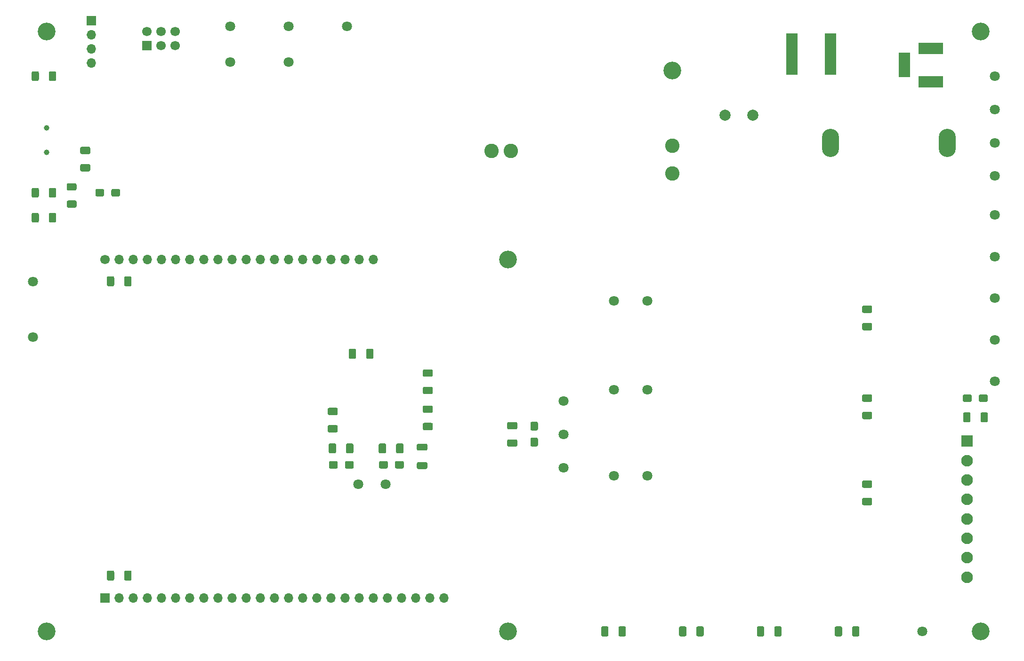
<source format=gbr>
%TF.GenerationSoftware,KiCad,Pcbnew,(5.1.7)-1*%
%TF.CreationDate,2021-02-07T17:43:08+09:00*%
%TF.ProjectId,BLDC_Motor_Controller_Ver2.0A,424c4443-5f4d-46f7-946f-725f436f6e74,Ver 2.0A*%
%TF.SameCoordinates,Original*%
%TF.FileFunction,Soldermask,Bot*%
%TF.FilePolarity,Negative*%
%FSLAX46Y46*%
G04 Gerber Fmt 4.6, Leading zero omitted, Abs format (unit mm)*
G04 Created by KiCad (PCBNEW (5.1.7)-1) date 2021-02-07 17:43:08*
%MOMM*%
%LPD*%
G01*
G04 APERTURE LIST*
%ADD10C,1.800000*%
%ADD11C,3.200000*%
%ADD12O,3.048000X5.080000*%
%ADD13R,4.500000X2.000000*%
%ADD14R,2.000000X4.500000*%
%ADD15C,1.700000*%
%ADD16R,1.700000X1.700000*%
%ADD17O,1.700000X1.700000*%
%ADD18C,2.100000*%
%ADD19R,2.100000X2.100000*%
%ADD20C,1.000000*%
%ADD21C,2.600000*%
%ADD22R,2.000000X7.500000*%
%ADD23C,2.000000*%
G04 APERTURE END LIST*
D10*
%TO.C,TP21*%
X117000000Y-38000000D03*
%TD*%
D11*
%TO.C,REF\u002A\u002A*%
X146000000Y-80000000D03*
%TD*%
%TO.C,REF\u002A\u002A*%
X175500000Y-46000000D03*
%TD*%
%TO.C,REF\u002A\u002A*%
X146000000Y-147000000D03*
%TD*%
%TO.C,REF\u002A\u002A*%
X231000000Y-147000000D03*
%TD*%
%TO.C,REF\u002A\u002A*%
X231000000Y-39000000D03*
%TD*%
%TO.C,REF\u002A\u002A*%
X63000000Y-147000000D03*
%TD*%
%TO.C,REF\u002A\u002A*%
X63000000Y-39000000D03*
%TD*%
%TO.C,C15*%
G36*
G01*
X164042500Y-146349998D02*
X164042500Y-147650002D01*
G75*
G02*
X163792502Y-147900000I-249998J0D01*
G01*
X162967498Y-147900000D01*
G75*
G02*
X162717500Y-147650002I0J249998D01*
G01*
X162717500Y-146349998D01*
G75*
G02*
X162967498Y-146100000I249998J0D01*
G01*
X163792502Y-146100000D01*
G75*
G02*
X164042500Y-146349998I0J-249998D01*
G01*
G37*
G36*
G01*
X167167500Y-146349998D02*
X167167500Y-147650002D01*
G75*
G02*
X166917502Y-147900000I-249998J0D01*
G01*
X166092498Y-147900000D01*
G75*
G02*
X165842500Y-147650002I0J249998D01*
G01*
X165842500Y-146349998D01*
G75*
G02*
X166092498Y-146100000I249998J0D01*
G01*
X166917502Y-146100000D01*
G75*
G02*
X167167500Y-146349998I0J-249998D01*
G01*
G37*
%TD*%
%TO.C,C16*%
G36*
G01*
X181175000Y-146349998D02*
X181175000Y-147650002D01*
G75*
G02*
X180925002Y-147900000I-249998J0D01*
G01*
X180099998Y-147900000D01*
G75*
G02*
X179850000Y-147650002I0J249998D01*
G01*
X179850000Y-146349998D01*
G75*
G02*
X180099998Y-146100000I249998J0D01*
G01*
X180925002Y-146100000D01*
G75*
G02*
X181175000Y-146349998I0J-249998D01*
G01*
G37*
G36*
G01*
X178050000Y-146349998D02*
X178050000Y-147650002D01*
G75*
G02*
X177800002Y-147900000I-249998J0D01*
G01*
X176974998Y-147900000D01*
G75*
G02*
X176725000Y-147650002I0J249998D01*
G01*
X176725000Y-146349998D01*
G75*
G02*
X176974998Y-146100000I249998J0D01*
G01*
X177800002Y-146100000D01*
G75*
G02*
X178050000Y-146349998I0J-249998D01*
G01*
G37*
%TD*%
%TO.C,C17*%
G36*
G01*
X192050000Y-146349998D02*
X192050000Y-147650002D01*
G75*
G02*
X191800002Y-147900000I-249998J0D01*
G01*
X190974998Y-147900000D01*
G75*
G02*
X190725000Y-147650002I0J249998D01*
G01*
X190725000Y-146349998D01*
G75*
G02*
X190974998Y-146100000I249998J0D01*
G01*
X191800002Y-146100000D01*
G75*
G02*
X192050000Y-146349998I0J-249998D01*
G01*
G37*
G36*
G01*
X195175000Y-146349998D02*
X195175000Y-147650002D01*
G75*
G02*
X194925002Y-147900000I-249998J0D01*
G01*
X194099998Y-147900000D01*
G75*
G02*
X193850000Y-147650002I0J249998D01*
G01*
X193850000Y-146349998D01*
G75*
G02*
X194099998Y-146100000I249998J0D01*
G01*
X194925002Y-146100000D01*
G75*
G02*
X195175000Y-146349998I0J-249998D01*
G01*
G37*
%TD*%
%TO.C,C18*%
G36*
G01*
X209167500Y-146349998D02*
X209167500Y-147650002D01*
G75*
G02*
X208917502Y-147900000I-249998J0D01*
G01*
X208092498Y-147900000D01*
G75*
G02*
X207842500Y-147650002I0J249998D01*
G01*
X207842500Y-146349998D01*
G75*
G02*
X208092498Y-146100000I249998J0D01*
G01*
X208917502Y-146100000D01*
G75*
G02*
X209167500Y-146349998I0J-249998D01*
G01*
G37*
G36*
G01*
X206042500Y-146349998D02*
X206042500Y-147650002D01*
G75*
G02*
X205792502Y-147900000I-249998J0D01*
G01*
X204967498Y-147900000D01*
G75*
G02*
X204717500Y-147650002I0J249998D01*
G01*
X204717500Y-146349998D01*
G75*
G02*
X204967498Y-146100000I249998J0D01*
G01*
X205792502Y-146100000D01*
G75*
G02*
X206042500Y-146349998I0J-249998D01*
G01*
G37*
%TD*%
%TO.C,C20*%
G36*
G01*
X115350000Y-116574999D02*
X115350000Y-117425001D01*
G75*
G02*
X115100001Y-117675000I-249999J0D01*
G01*
X114024999Y-117675000D01*
G75*
G02*
X113775000Y-117425001I0J249999D01*
G01*
X113775000Y-116574999D01*
G75*
G02*
X114024999Y-116325000I249999J0D01*
G01*
X115100001Y-116325000D01*
G75*
G02*
X115350000Y-116574999I0J-249999D01*
G01*
G37*
G36*
G01*
X118225000Y-116574999D02*
X118225000Y-117425001D01*
G75*
G02*
X117975001Y-117675000I-249999J0D01*
G01*
X116899999Y-117675000D01*
G75*
G02*
X116650000Y-117425001I0J249999D01*
G01*
X116650000Y-116574999D01*
G75*
G02*
X116899999Y-116325000I249999J0D01*
G01*
X117975001Y-116325000D01*
G75*
G02*
X118225000Y-116574999I0J-249999D01*
G01*
G37*
%TD*%
%TO.C,C21*%
G36*
G01*
X130899998Y-109450000D02*
X132200002Y-109450000D01*
G75*
G02*
X132450000Y-109699998I0J-249998D01*
G01*
X132450000Y-110525002D01*
G75*
G02*
X132200002Y-110775000I-249998J0D01*
G01*
X130899998Y-110775000D01*
G75*
G02*
X130650000Y-110525002I0J249998D01*
G01*
X130650000Y-109699998D01*
G75*
G02*
X130899998Y-109450000I249998J0D01*
G01*
G37*
G36*
G01*
X130899998Y-106325000D02*
X132200002Y-106325000D01*
G75*
G02*
X132450000Y-106574998I0J-249998D01*
G01*
X132450000Y-107400002D01*
G75*
G02*
X132200002Y-107650000I-249998J0D01*
G01*
X130899998Y-107650000D01*
G75*
G02*
X130650000Y-107400002I0J249998D01*
G01*
X130650000Y-106574998D01*
G75*
G02*
X130899998Y-106325000I249998J0D01*
G01*
G37*
%TD*%
%TO.C,C22*%
G36*
G01*
X130899998Y-99825000D02*
X132200002Y-99825000D01*
G75*
G02*
X132450000Y-100074998I0J-249998D01*
G01*
X132450000Y-100900002D01*
G75*
G02*
X132200002Y-101150000I-249998J0D01*
G01*
X130899998Y-101150000D01*
G75*
G02*
X130650000Y-100900002I0J249998D01*
G01*
X130650000Y-100074998D01*
G75*
G02*
X130899998Y-99825000I249998J0D01*
G01*
G37*
G36*
G01*
X130899998Y-102950000D02*
X132200002Y-102950000D01*
G75*
G02*
X132450000Y-103199998I0J-249998D01*
G01*
X132450000Y-104025002D01*
G75*
G02*
X132200002Y-104275000I-249998J0D01*
G01*
X130899998Y-104275000D01*
G75*
G02*
X130650000Y-104025002I0J249998D01*
G01*
X130650000Y-103199998D01*
G75*
G02*
X130899998Y-102950000I249998J0D01*
G01*
G37*
%TD*%
%TO.C,C23*%
G36*
G01*
X117325000Y-97650002D02*
X117325000Y-96349998D01*
G75*
G02*
X117574998Y-96100000I249998J0D01*
G01*
X118400002Y-96100000D01*
G75*
G02*
X118650000Y-96349998I0J-249998D01*
G01*
X118650000Y-97650002D01*
G75*
G02*
X118400002Y-97900000I-249998J0D01*
G01*
X117574998Y-97900000D01*
G75*
G02*
X117325000Y-97650002I0J249998D01*
G01*
G37*
G36*
G01*
X120450000Y-97650002D02*
X120450000Y-96349998D01*
G75*
G02*
X120699998Y-96100000I249998J0D01*
G01*
X121525002Y-96100000D01*
G75*
G02*
X121775000Y-96349998I0J-249998D01*
G01*
X121775000Y-97650002D01*
G75*
G02*
X121525002Y-97900000I-249998J0D01*
G01*
X120699998Y-97900000D01*
G75*
G02*
X120450000Y-97650002I0J249998D01*
G01*
G37*
%TD*%
%TO.C,C24*%
G36*
G01*
X115100002Y-108050000D02*
X113799998Y-108050000D01*
G75*
G02*
X113550000Y-107800002I0J249998D01*
G01*
X113550000Y-106974998D01*
G75*
G02*
X113799998Y-106725000I249998J0D01*
G01*
X115100002Y-106725000D01*
G75*
G02*
X115350000Y-106974998I0J-249998D01*
G01*
X115350000Y-107800002D01*
G75*
G02*
X115100002Y-108050000I-249998J0D01*
G01*
G37*
G36*
G01*
X115100002Y-111175000D02*
X113799998Y-111175000D01*
G75*
G02*
X113550000Y-110925002I0J249998D01*
G01*
X113550000Y-110099998D01*
G75*
G02*
X113799998Y-109850000I249998J0D01*
G01*
X115100002Y-109850000D01*
G75*
G02*
X115350000Y-110099998I0J-249998D01*
G01*
X115350000Y-110925002D01*
G75*
G02*
X115100002Y-111175000I-249998J0D01*
G01*
G37*
%TD*%
%TO.C,C25*%
G36*
G01*
X118175000Y-113399998D02*
X118175000Y-114700002D01*
G75*
G02*
X117925002Y-114950000I-249998J0D01*
G01*
X117099998Y-114950000D01*
G75*
G02*
X116850000Y-114700002I0J249998D01*
G01*
X116850000Y-113399998D01*
G75*
G02*
X117099998Y-113150000I249998J0D01*
G01*
X117925002Y-113150000D01*
G75*
G02*
X118175000Y-113399998I0J-249998D01*
G01*
G37*
G36*
G01*
X115050000Y-113399998D02*
X115050000Y-114700002D01*
G75*
G02*
X114800002Y-114950000I-249998J0D01*
G01*
X113974998Y-114950000D01*
G75*
G02*
X113725000Y-114700002I0J249998D01*
G01*
X113725000Y-113399998D01*
G75*
G02*
X113974998Y-113150000I249998J0D01*
G01*
X114800002Y-113150000D01*
G75*
G02*
X115050000Y-113399998I0J-249998D01*
G01*
G37*
%TD*%
%TO.C,C28*%
G36*
G01*
X124050000Y-113399998D02*
X124050000Y-114700002D01*
G75*
G02*
X123800002Y-114950000I-249998J0D01*
G01*
X122974998Y-114950000D01*
G75*
G02*
X122725000Y-114700002I0J249998D01*
G01*
X122725000Y-113399998D01*
G75*
G02*
X122974998Y-113150000I249998J0D01*
G01*
X123800002Y-113150000D01*
G75*
G02*
X124050000Y-113399998I0J-249998D01*
G01*
G37*
G36*
G01*
X127175000Y-113399998D02*
X127175000Y-114700002D01*
G75*
G02*
X126925002Y-114950000I-249998J0D01*
G01*
X126099998Y-114950000D01*
G75*
G02*
X125850000Y-114700002I0J249998D01*
G01*
X125850000Y-113399998D01*
G75*
G02*
X126099998Y-113150000I249998J0D01*
G01*
X126925002Y-113150000D01*
G75*
G02*
X127175000Y-113399998I0J-249998D01*
G01*
G37*
%TD*%
%TO.C,C29*%
G36*
G01*
X127225000Y-116574999D02*
X127225000Y-117425001D01*
G75*
G02*
X126975001Y-117675000I-249999J0D01*
G01*
X125899999Y-117675000D01*
G75*
G02*
X125650000Y-117425001I0J249999D01*
G01*
X125650000Y-116574999D01*
G75*
G02*
X125899999Y-116325000I249999J0D01*
G01*
X126975001Y-116325000D01*
G75*
G02*
X127225000Y-116574999I0J-249999D01*
G01*
G37*
G36*
G01*
X124350000Y-116574999D02*
X124350000Y-117425001D01*
G75*
G02*
X124100001Y-117675000I-249999J0D01*
G01*
X123024999Y-117675000D01*
G75*
G02*
X122775000Y-117425001I0J249999D01*
G01*
X122775000Y-116574999D01*
G75*
G02*
X123024999Y-116325000I249999J0D01*
G01*
X124100001Y-116325000D01*
G75*
G02*
X124350000Y-116574999I0J-249999D01*
G01*
G37*
%TD*%
%TO.C,C46*%
G36*
G01*
X150254999Y-112120000D02*
X151105001Y-112120000D01*
G75*
G02*
X151355000Y-112369999I0J-249999D01*
G01*
X151355000Y-113445001D01*
G75*
G02*
X151105001Y-113695000I-249999J0D01*
G01*
X150254999Y-113695000D01*
G75*
G02*
X150005000Y-113445001I0J249999D01*
G01*
X150005000Y-112369999D01*
G75*
G02*
X150254999Y-112120000I249999J0D01*
G01*
G37*
G36*
G01*
X150254999Y-109245000D02*
X151105001Y-109245000D01*
G75*
G02*
X151355000Y-109494999I0J-249999D01*
G01*
X151355000Y-110570001D01*
G75*
G02*
X151105001Y-110820000I-249999J0D01*
G01*
X150254999Y-110820000D01*
G75*
G02*
X150005000Y-110570001I0J249999D01*
G01*
X150005000Y-109494999D01*
G75*
G02*
X150254999Y-109245000I249999J0D01*
G01*
G37*
%TD*%
%TO.C,C48*%
G36*
G01*
X76950000Y-84600002D02*
X76950000Y-83299998D01*
G75*
G02*
X77199998Y-83050000I249998J0D01*
G01*
X78025002Y-83050000D01*
G75*
G02*
X78275000Y-83299998I0J-249998D01*
G01*
X78275000Y-84600002D01*
G75*
G02*
X78025002Y-84850000I-249998J0D01*
G01*
X77199998Y-84850000D01*
G75*
G02*
X76950000Y-84600002I0J249998D01*
G01*
G37*
G36*
G01*
X73825000Y-84600002D02*
X73825000Y-83299998D01*
G75*
G02*
X74074998Y-83050000I249998J0D01*
G01*
X74900002Y-83050000D01*
G75*
G02*
X75150000Y-83299998I0J-249998D01*
G01*
X75150000Y-84600002D01*
G75*
G02*
X74900002Y-84850000I-249998J0D01*
G01*
X74074998Y-84850000D01*
G75*
G02*
X73825000Y-84600002I0J249998D01*
G01*
G37*
%TD*%
%TO.C,C49*%
G36*
G01*
X209899998Y-91450000D02*
X211200002Y-91450000D01*
G75*
G02*
X211450000Y-91699998I0J-249998D01*
G01*
X211450000Y-92525002D01*
G75*
G02*
X211200002Y-92775000I-249998J0D01*
G01*
X209899998Y-92775000D01*
G75*
G02*
X209650000Y-92525002I0J249998D01*
G01*
X209650000Y-91699998D01*
G75*
G02*
X209899998Y-91450000I249998J0D01*
G01*
G37*
G36*
G01*
X209899998Y-88325000D02*
X211200002Y-88325000D01*
G75*
G02*
X211450000Y-88574998I0J-249998D01*
G01*
X211450000Y-89400002D01*
G75*
G02*
X211200002Y-89650000I-249998J0D01*
G01*
X209899998Y-89650000D01*
G75*
G02*
X209650000Y-89400002I0J249998D01*
G01*
X209650000Y-88574998D01*
G75*
G02*
X209899998Y-88325000I249998J0D01*
G01*
G37*
%TD*%
%TO.C,C50*%
G36*
G01*
X76950000Y-137600002D02*
X76950000Y-136299998D01*
G75*
G02*
X77199998Y-136050000I249998J0D01*
G01*
X78025002Y-136050000D01*
G75*
G02*
X78275000Y-136299998I0J-249998D01*
G01*
X78275000Y-137600002D01*
G75*
G02*
X78025002Y-137850000I-249998J0D01*
G01*
X77199998Y-137850000D01*
G75*
G02*
X76950000Y-137600002I0J249998D01*
G01*
G37*
G36*
G01*
X73825000Y-137600002D02*
X73825000Y-136299998D01*
G75*
G02*
X74074998Y-136050000I249998J0D01*
G01*
X74900002Y-136050000D01*
G75*
G02*
X75150000Y-136299998I0J-249998D01*
G01*
X75150000Y-137600002D01*
G75*
G02*
X74900002Y-137850000I-249998J0D01*
G01*
X74074998Y-137850000D01*
G75*
G02*
X73825000Y-137600002I0J249998D01*
G01*
G37*
%TD*%
%TO.C,C51*%
G36*
G01*
X209899998Y-104325000D02*
X211200002Y-104325000D01*
G75*
G02*
X211450000Y-104574998I0J-249998D01*
G01*
X211450000Y-105400002D01*
G75*
G02*
X211200002Y-105650000I-249998J0D01*
G01*
X209899998Y-105650000D01*
G75*
G02*
X209650000Y-105400002I0J249998D01*
G01*
X209650000Y-104574998D01*
G75*
G02*
X209899998Y-104325000I249998J0D01*
G01*
G37*
G36*
G01*
X209899998Y-107450000D02*
X211200002Y-107450000D01*
G75*
G02*
X211450000Y-107699998I0J-249998D01*
G01*
X211450000Y-108525002D01*
G75*
G02*
X211200002Y-108775000I-249998J0D01*
G01*
X209899998Y-108775000D01*
G75*
G02*
X209650000Y-108525002I0J249998D01*
G01*
X209650000Y-107699998D01*
G75*
G02*
X209899998Y-107450000I249998J0D01*
G01*
G37*
%TD*%
%TO.C,C52*%
G36*
G01*
X146079998Y-109295000D02*
X147380002Y-109295000D01*
G75*
G02*
X147630000Y-109544998I0J-249998D01*
G01*
X147630000Y-110370002D01*
G75*
G02*
X147380002Y-110620000I-249998J0D01*
G01*
X146079998Y-110620000D01*
G75*
G02*
X145830000Y-110370002I0J249998D01*
G01*
X145830000Y-109544998D01*
G75*
G02*
X146079998Y-109295000I249998J0D01*
G01*
G37*
G36*
G01*
X146079998Y-112420000D02*
X147380002Y-112420000D01*
G75*
G02*
X147630000Y-112669998I0J-249998D01*
G01*
X147630000Y-113495002D01*
G75*
G02*
X147380002Y-113745000I-249998J0D01*
G01*
X146079998Y-113745000D01*
G75*
G02*
X145830000Y-113495002I0J249998D01*
G01*
X145830000Y-112669998D01*
G75*
G02*
X146079998Y-112420000I249998J0D01*
G01*
G37*
%TD*%
%TO.C,C53*%
G36*
G01*
X209899998Y-122950000D02*
X211200002Y-122950000D01*
G75*
G02*
X211450000Y-123199998I0J-249998D01*
G01*
X211450000Y-124025002D01*
G75*
G02*
X211200002Y-124275000I-249998J0D01*
G01*
X209899998Y-124275000D01*
G75*
G02*
X209650000Y-124025002I0J249998D01*
G01*
X209650000Y-123199998D01*
G75*
G02*
X209899998Y-122950000I249998J0D01*
G01*
G37*
G36*
G01*
X209899998Y-119825000D02*
X211200002Y-119825000D01*
G75*
G02*
X211450000Y-120074998I0J-249998D01*
G01*
X211450000Y-120900002D01*
G75*
G02*
X211200002Y-121150000I-249998J0D01*
G01*
X209899998Y-121150000D01*
G75*
G02*
X209650000Y-120900002I0J249998D01*
G01*
X209650000Y-120074998D01*
G75*
G02*
X209899998Y-119825000I249998J0D01*
G01*
G37*
%TD*%
%TO.C,C55*%
G36*
G01*
X230650000Y-105425001D02*
X230650000Y-104574999D01*
G75*
G02*
X230899999Y-104325000I249999J0D01*
G01*
X231975001Y-104325000D01*
G75*
G02*
X232225000Y-104574999I0J-249999D01*
G01*
X232225000Y-105425001D01*
G75*
G02*
X231975001Y-105675000I-249999J0D01*
G01*
X230899999Y-105675000D01*
G75*
G02*
X230650000Y-105425001I0J249999D01*
G01*
G37*
G36*
G01*
X227775000Y-105425001D02*
X227775000Y-104574999D01*
G75*
G02*
X228024999Y-104325000I249999J0D01*
G01*
X229100001Y-104325000D01*
G75*
G02*
X229350000Y-104574999I0J-249999D01*
G01*
X229350000Y-105425001D01*
G75*
G02*
X229100001Y-105675000I-249999J0D01*
G01*
X228024999Y-105675000D01*
G75*
G02*
X227775000Y-105425001I0J249999D01*
G01*
G37*
%TD*%
%TO.C,C57*%
G36*
G01*
X230950000Y-109100002D02*
X230950000Y-107799998D01*
G75*
G02*
X231199998Y-107550000I249998J0D01*
G01*
X232025002Y-107550000D01*
G75*
G02*
X232275000Y-107799998I0J-249998D01*
G01*
X232275000Y-109100002D01*
G75*
G02*
X232025002Y-109350000I-249998J0D01*
G01*
X231199998Y-109350000D01*
G75*
G02*
X230950000Y-109100002I0J249998D01*
G01*
G37*
G36*
G01*
X227825000Y-109100002D02*
X227825000Y-107799998D01*
G75*
G02*
X228074998Y-107550000I249998J0D01*
G01*
X228900002Y-107550000D01*
G75*
G02*
X229150000Y-107799998I0J-249998D01*
G01*
X229150000Y-109100002D01*
G75*
G02*
X228900002Y-109350000I-249998J0D01*
G01*
X228074998Y-109350000D01*
G75*
G02*
X227825000Y-109100002I0J249998D01*
G01*
G37*
%TD*%
%TO.C,C59*%
G36*
G01*
X70600002Y-61050000D02*
X69299998Y-61050000D01*
G75*
G02*
X69050000Y-60800002I0J249998D01*
G01*
X69050000Y-59974998D01*
G75*
G02*
X69299998Y-59725000I249998J0D01*
G01*
X70600002Y-59725000D01*
G75*
G02*
X70850000Y-59974998I0J-249998D01*
G01*
X70850000Y-60800002D01*
G75*
G02*
X70600002Y-61050000I-249998J0D01*
G01*
G37*
G36*
G01*
X70600002Y-64175000D02*
X69299998Y-64175000D01*
G75*
G02*
X69050000Y-63925002I0J249998D01*
G01*
X69050000Y-63099998D01*
G75*
G02*
X69299998Y-62850000I249998J0D01*
G01*
X70600002Y-62850000D01*
G75*
G02*
X70850000Y-63099998I0J-249998D01*
G01*
X70850000Y-63925002D01*
G75*
G02*
X70600002Y-64175000I-249998J0D01*
G01*
G37*
%TD*%
%TO.C,C63*%
G36*
G01*
X74637500Y-68425001D02*
X74637500Y-67574999D01*
G75*
G02*
X74887499Y-67325000I249999J0D01*
G01*
X75962501Y-67325000D01*
G75*
G02*
X76212500Y-67574999I0J-249999D01*
G01*
X76212500Y-68425001D01*
G75*
G02*
X75962501Y-68675000I-249999J0D01*
G01*
X74887499Y-68675000D01*
G75*
G02*
X74637500Y-68425001I0J249999D01*
G01*
G37*
G36*
G01*
X71762500Y-68425001D02*
X71762500Y-67574999D01*
G75*
G02*
X72012499Y-67325000I249999J0D01*
G01*
X73087501Y-67325000D01*
G75*
G02*
X73337500Y-67574999I0J-249999D01*
G01*
X73337500Y-68425001D01*
G75*
G02*
X73087501Y-68675000I-249999J0D01*
G01*
X72012499Y-68675000D01*
G75*
G02*
X71762500Y-68425001I0J249999D01*
G01*
G37*
%TD*%
D12*
%TO.C,F1*%
X225000000Y-59000000D03*
X204000000Y-59000000D03*
%TD*%
D13*
%TO.C,J1*%
X222000000Y-42000000D03*
X222000000Y-48000000D03*
D14*
X217300000Y-45000000D03*
%TD*%
D15*
%TO.C,J2*%
X86080000Y-39000000D03*
X86080000Y-41540000D03*
X83540000Y-39000000D03*
X83540000Y-41540000D03*
X81000000Y-39000000D03*
D16*
X81000000Y-41540000D03*
%TD*%
D17*
%TO.C,J3*%
X71000000Y-44620000D03*
X71000000Y-42080000D03*
X71000000Y-39540000D03*
D16*
X71000000Y-37000000D03*
%TD*%
D18*
%TO.C,J4*%
X228500000Y-126750000D03*
D19*
X228500000Y-112750000D03*
D18*
X228500000Y-137250000D03*
X228500000Y-116250000D03*
X228500000Y-119750000D03*
X228500000Y-130250000D03*
X228500000Y-133750000D03*
X228500000Y-123250000D03*
%TD*%
D20*
%TO.C,J5*%
X63000000Y-56300000D03*
X63000000Y-60700000D03*
%TD*%
D21*
%TO.C,L1*%
X146500000Y-60500000D03*
X143000000Y-60500000D03*
%TD*%
%TO.C,L2*%
X175500000Y-59500000D03*
X175500000Y-64500000D03*
%TD*%
%TO.C,L3*%
G36*
G01*
X131225001Y-117750000D02*
X129824999Y-117750000D01*
G75*
G02*
X129575000Y-117500001I0J249999D01*
G01*
X129575000Y-116774999D01*
G75*
G02*
X129824999Y-116525000I249999J0D01*
G01*
X131225001Y-116525000D01*
G75*
G02*
X131475000Y-116774999I0J-249999D01*
G01*
X131475000Y-117500001D01*
G75*
G02*
X131225001Y-117750000I-249999J0D01*
G01*
G37*
G36*
G01*
X131225001Y-114425000D02*
X129824999Y-114425000D01*
G75*
G02*
X129575000Y-114175001I0J249999D01*
G01*
X129575000Y-113449999D01*
G75*
G02*
X129824999Y-113200000I249999J0D01*
G01*
X131225001Y-113200000D01*
G75*
G02*
X131475000Y-113449999I0J-249999D01*
G01*
X131475000Y-114175001D01*
G75*
G02*
X131225001Y-114425000I-249999J0D01*
G01*
G37*
%TD*%
%TO.C,R27*%
G36*
G01*
X61600000Y-46374999D02*
X61600000Y-47625001D01*
G75*
G02*
X61350001Y-47875000I-249999J0D01*
G01*
X60549999Y-47875000D01*
G75*
G02*
X60300000Y-47625001I0J249999D01*
G01*
X60300000Y-46374999D01*
G75*
G02*
X60549999Y-46125000I249999J0D01*
G01*
X61350001Y-46125000D01*
G75*
G02*
X61600000Y-46374999I0J-249999D01*
G01*
G37*
G36*
G01*
X64700000Y-46374999D02*
X64700000Y-47625001D01*
G75*
G02*
X64450001Y-47875000I-249999J0D01*
G01*
X63649999Y-47875000D01*
G75*
G02*
X63400000Y-47625001I0J249999D01*
G01*
X63400000Y-46374999D01*
G75*
G02*
X63649999Y-46125000I249999J0D01*
G01*
X64450001Y-46125000D01*
G75*
G02*
X64700000Y-46374999I0J-249999D01*
G01*
G37*
%TD*%
%TO.C,R28*%
G36*
G01*
X61600000Y-71874999D02*
X61600000Y-73125001D01*
G75*
G02*
X61350001Y-73375000I-249999J0D01*
G01*
X60549999Y-73375000D01*
G75*
G02*
X60300000Y-73125001I0J249999D01*
G01*
X60300000Y-71874999D01*
G75*
G02*
X60549999Y-71625000I249999J0D01*
G01*
X61350001Y-71625000D01*
G75*
G02*
X61600000Y-71874999I0J-249999D01*
G01*
G37*
G36*
G01*
X64700000Y-71874999D02*
X64700000Y-73125001D01*
G75*
G02*
X64450001Y-73375000I-249999J0D01*
G01*
X63649999Y-73375000D01*
G75*
G02*
X63400000Y-73125001I0J249999D01*
G01*
X63400000Y-71874999D01*
G75*
G02*
X63649999Y-71625000I249999J0D01*
G01*
X64450001Y-71625000D01*
G75*
G02*
X64700000Y-71874999I0J-249999D01*
G01*
G37*
%TD*%
%TO.C,R29*%
G36*
G01*
X61600000Y-67374999D02*
X61600000Y-68625001D01*
G75*
G02*
X61350001Y-68875000I-249999J0D01*
G01*
X60549999Y-68875000D01*
G75*
G02*
X60300000Y-68625001I0J249999D01*
G01*
X60300000Y-67374999D01*
G75*
G02*
X60549999Y-67125000I249999J0D01*
G01*
X61350001Y-67125000D01*
G75*
G02*
X61600000Y-67374999I0J-249999D01*
G01*
G37*
G36*
G01*
X64700000Y-67374999D02*
X64700000Y-68625001D01*
G75*
G02*
X64450001Y-68875000I-249999J0D01*
G01*
X63649999Y-68875000D01*
G75*
G02*
X63400000Y-68625001I0J249999D01*
G01*
X63400000Y-67374999D01*
G75*
G02*
X63649999Y-67125000I249999J0D01*
G01*
X64450001Y-67125000D01*
G75*
G02*
X64700000Y-67374999I0J-249999D01*
G01*
G37*
%TD*%
%TO.C,R30*%
G36*
G01*
X66874999Y-69400000D02*
X68125001Y-69400000D01*
G75*
G02*
X68375000Y-69649999I0J-249999D01*
G01*
X68375000Y-70450001D01*
G75*
G02*
X68125001Y-70700000I-249999J0D01*
G01*
X66874999Y-70700000D01*
G75*
G02*
X66625000Y-70450001I0J249999D01*
G01*
X66625000Y-69649999D01*
G75*
G02*
X66874999Y-69400000I249999J0D01*
G01*
G37*
G36*
G01*
X66874999Y-66300000D02*
X68125001Y-66300000D01*
G75*
G02*
X68375000Y-66549999I0J-249999D01*
G01*
X68375000Y-67350001D01*
G75*
G02*
X68125001Y-67600000I-249999J0D01*
G01*
X66874999Y-67600000D01*
G75*
G02*
X66625000Y-67350001I0J249999D01*
G01*
X66625000Y-66549999D01*
G75*
G02*
X66874999Y-66300000I249999J0D01*
G01*
G37*
%TD*%
D22*
%TO.C,SW1*%
X197000000Y-43000000D03*
X204000000Y-43000000D03*
%TD*%
D23*
%TO.C,TH1*%
X185000000Y-54000000D03*
X190000000Y-54000000D03*
%TD*%
D10*
%TO.C,TP1*%
X96000000Y-38000000D03*
%TD*%
%TO.C,TP2*%
X106500000Y-38000000D03*
%TD*%
%TO.C,TP3*%
X96000000Y-44500000D03*
%TD*%
%TO.C,TP4*%
X106500000Y-44500000D03*
%TD*%
%TO.C,TP5*%
X165000000Y-87500000D03*
%TD*%
%TO.C,TP6*%
X171000000Y-87500000D03*
%TD*%
%TO.C,TP7*%
X165000000Y-103500000D03*
%TD*%
%TO.C,TP8*%
X171000000Y-103500000D03*
%TD*%
%TO.C,TP9*%
X165000000Y-119000000D03*
%TD*%
%TO.C,TP10*%
X171000000Y-119000000D03*
%TD*%
%TO.C,TP11*%
X233500000Y-87000000D03*
%TD*%
%TO.C,TP12*%
X233500000Y-94500000D03*
%TD*%
%TO.C,TP13*%
X233500000Y-102000000D03*
%TD*%
%TO.C,TP14*%
X156000000Y-105500000D03*
%TD*%
%TO.C,TP15*%
X156000000Y-111500000D03*
%TD*%
%TO.C,TP16*%
X156000000Y-117500000D03*
%TD*%
%TO.C,TP17*%
X233500000Y-65000000D03*
%TD*%
%TO.C,TP18*%
X233500000Y-59000000D03*
%TD*%
%TO.C,TP19*%
X233500000Y-53000000D03*
%TD*%
%TO.C,TP20*%
X233500000Y-47000000D03*
%TD*%
%TO.C,TP22*%
X60500000Y-84000000D03*
%TD*%
%TO.C,TP23*%
X60500000Y-94000000D03*
%TD*%
%TO.C,TP24*%
X220500000Y-147000000D03*
%TD*%
%TO.C,TP25*%
X233500000Y-72000000D03*
%TD*%
%TO.C,TP26*%
X233500000Y-79500000D03*
%TD*%
D17*
%TO.C,U9*%
X88760000Y-141000000D03*
X91300000Y-141000000D03*
X96380000Y-141000000D03*
X114160000Y-141000000D03*
X116700000Y-141000000D03*
X131940000Y-141000000D03*
X86220000Y-141000000D03*
X81140000Y-141000000D03*
X124320000Y-141000000D03*
X83680000Y-141000000D03*
X106540000Y-141000000D03*
X93840000Y-141000000D03*
X104000000Y-141000000D03*
X121780000Y-141000000D03*
X126860000Y-141000000D03*
X119240000Y-141000000D03*
X98920000Y-141000000D03*
X111620000Y-141000000D03*
X134480000Y-141000000D03*
X76060000Y-141000000D03*
X129400000Y-141000000D03*
D16*
X73520000Y-141000000D03*
D17*
X78600000Y-141000000D03*
X109080000Y-141000000D03*
X101460000Y-141000000D03*
X111620000Y-80000000D03*
D15*
X73520000Y-80000000D03*
D17*
X101460000Y-80000000D03*
X116700000Y-80000000D03*
X119240000Y-80000000D03*
X96380000Y-80000000D03*
X104000000Y-80000000D03*
X121780000Y-80000000D03*
X98920000Y-80000000D03*
X109080000Y-80000000D03*
X106540000Y-80000000D03*
X114160000Y-80000000D03*
X81140000Y-80000000D03*
X93840000Y-80000000D03*
X76060000Y-80000000D03*
X78600000Y-80000000D03*
X86220000Y-80000000D03*
X91300000Y-80000000D03*
X88760000Y-80000000D03*
X83680000Y-80000000D03*
%TD*%
D10*
%TO.C,Y1*%
X123940940Y-120500000D03*
X119059060Y-120500000D03*
%TD*%
M02*

</source>
